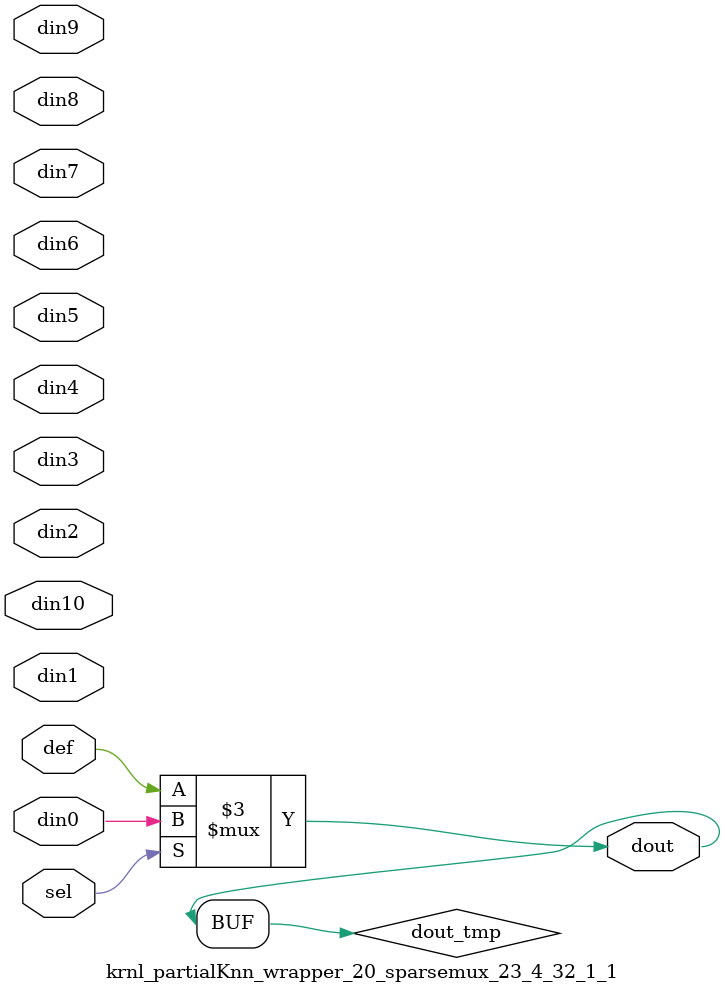
<source format=v>
`timescale 1 ns / 1 ps
module krnl_partialKnn_wrapper_20_sparsemux_23_4_32_1_1 (din0,din1,din2,din3,din4,din5,din6,din7,din8,din9,din10,def,sel,dout);
parameter din0_WIDTH = 1;
parameter din1_WIDTH = 1;
parameter din2_WIDTH = 1;
parameter din3_WIDTH = 1;
parameter din4_WIDTH = 1;
parameter din5_WIDTH = 1;
parameter din6_WIDTH = 1;
parameter din7_WIDTH = 1;
parameter din8_WIDTH = 1;
parameter din9_WIDTH = 1;
parameter din10_WIDTH = 1;
parameter def_WIDTH = 1;
parameter sel_WIDTH = 1;
parameter dout_WIDTH = 1;
parameter [sel_WIDTH-1:0] CASE0 = 1;
parameter [sel_WIDTH-1:0] CASE1 = 1;
parameter [sel_WIDTH-1:0] CASE2 = 1;
parameter [sel_WIDTH-1:0] CASE3 = 1;
parameter [sel_WIDTH-1:0] CASE4 = 1;
parameter [sel_WIDTH-1:0] CASE5 = 1;
parameter [sel_WIDTH-1:0] CASE6 = 1;
parameter [sel_WIDTH-1:0] CASE7 = 1;
parameter [sel_WIDTH-1:0] CASE8 = 1;
parameter [sel_WIDTH-1:0] CASE9 = 1;
parameter [sel_WIDTH-1:0] CASE10 = 1;
parameter ID = 1;
parameter NUM_STAGE = 1;
input [din0_WIDTH-1:0] din0;
input [din1_WIDTH-1:0] din1;
input [din2_WIDTH-1:0] din2;
input [din3_WIDTH-1:0] din3;
input [din4_WIDTH-1:0] din4;
input [din5_WIDTH-1:0] din5;
input [din6_WIDTH-1:0] din6;
input [din7_WIDTH-1:0] din7;
input [din8_WIDTH-1:0] din8;
input [din9_WIDTH-1:0] din9;
input [din10_WIDTH-1:0] din10;
input [def_WIDTH-1:0] def;
input [sel_WIDTH-1:0] sel;
output [dout_WIDTH-1:0] dout;
reg [dout_WIDTH-1:0] dout_tmp;
always @ (*) begin
case (sel)
    
    CASE0 : dout_tmp = din0;
    
    CASE1 : dout_tmp = din1;
    
    CASE2 : dout_tmp = din2;
    
    CASE3 : dout_tmp = din3;
    
    CASE4 : dout_tmp = din4;
    
    CASE5 : dout_tmp = din5;
    
    CASE6 : dout_tmp = din6;
    
    CASE7 : dout_tmp = din7;
    
    CASE8 : dout_tmp = din8;
    
    CASE9 : dout_tmp = din9;
    
    CASE10 : dout_tmp = din10;
    
    default : dout_tmp = def;
endcase
end
assign dout = dout_tmp;
endmodule
</source>
